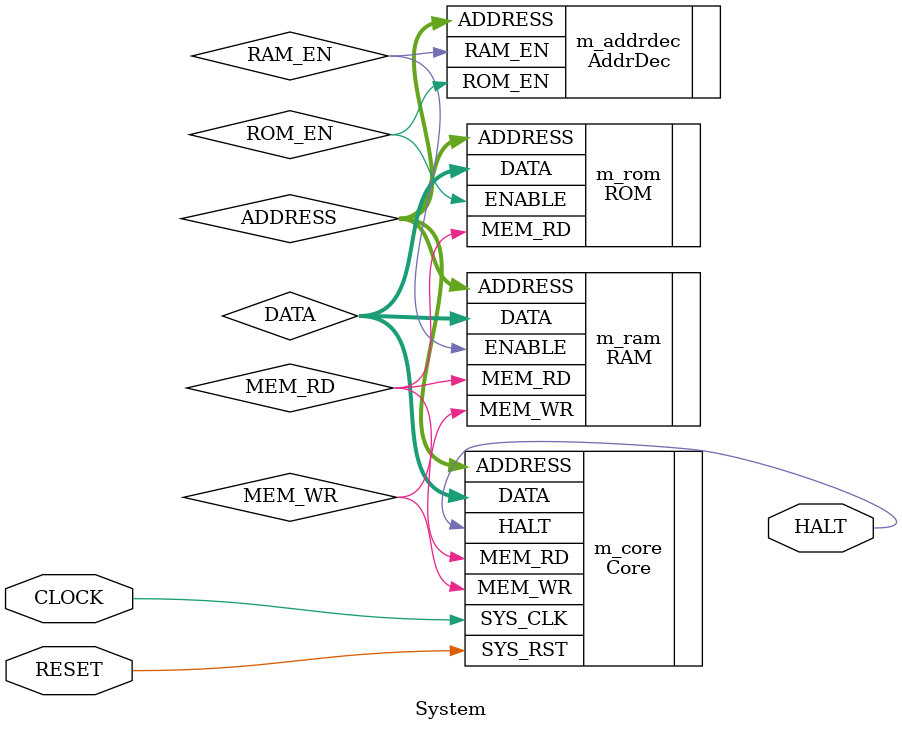
<source format=v>
`timescale 1ns / 100ps
`include "Core.v"
`include "ROM.v"
`include "RAM.v"
`include "AddrDec.v"

module System(
    input CLOCK,
    input RESET,
    output HALT
    );
	
	wire [7:0] DATA;
	wire [12:0] ADDRESS;
	wire MEM_RD;
	wire MEM_WR;
	wire ROM_EN;
	wire RAM_EN;
	
	Core m_core(
		.SYS_CLK(CLOCK),
		.SYS_RST(RESET),
		.HALT(HALT),
		.MEM_WR(MEM_WR),
		.MEM_RD(MEM_RD),
		.DATA(DATA),
		.ADDRESS(ADDRESS));
	
	AddrDec m_addrdec(
		.ADDRESS(ADDRESS),
		.ROM_EN(ROM_EN),
		.RAM_EN(RAM_EN));
	
	RAM m_ram(
		.ENABLE(RAM_EN),
		.ADDRESS(ADDRESS),
		.DATA(DATA),
		.MEM_RD(MEM_RD),
		.MEM_WR(MEM_WR));
	
	ROM m_rom(
		.ENABLE(ROM_EN),
		.ADDRESS(ADDRESS),
		.DATA(DATA),
		.MEM_RD(MEM_RD));
		
endmodule

</source>
